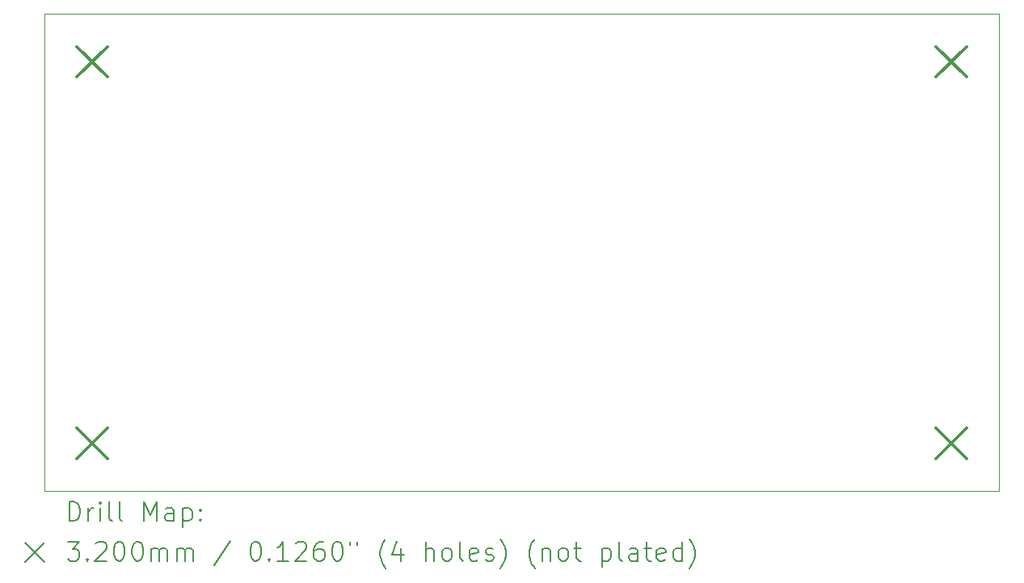
<source format=gbr>
%TF.GenerationSoftware,KiCad,Pcbnew,8.0.6*%
%TF.CreationDate,2025-01-21T08:23:09-05:00*%
%TF.ProjectId,vga_test,7667615f-7465-4737-942e-6b696361645f,rev?*%
%TF.SameCoordinates,Original*%
%TF.FileFunction,Drillmap*%
%TF.FilePolarity,Positive*%
%FSLAX45Y45*%
G04 Gerber Fmt 4.5, Leading zero omitted, Abs format (unit mm)*
G04 Created by KiCad (PCBNEW 8.0.6) date 2025-01-21 08:23:09*
%MOMM*%
%LPD*%
G01*
G04 APERTURE LIST*
%ADD10C,0.050000*%
%ADD11C,0.200000*%
%ADD12C,0.320000*%
G04 APERTURE END LIST*
D10*
X5000000Y-5000000D02*
X15000000Y-5000000D01*
X15000000Y-10000000D01*
X5000000Y-10000000D01*
X5000000Y-5000000D01*
D11*
D12*
X5340000Y-5340000D02*
X5660000Y-5660000D01*
X5660000Y-5340000D02*
X5340000Y-5660000D01*
X5340000Y-9340000D02*
X5660000Y-9660000D01*
X5660000Y-9340000D02*
X5340000Y-9660000D01*
X14340000Y-5340000D02*
X14660000Y-5660000D01*
X14660000Y-5340000D02*
X14340000Y-5660000D01*
X14340000Y-9340000D02*
X14660000Y-9660000D01*
X14660000Y-9340000D02*
X14340000Y-9660000D01*
D11*
X5258277Y-10313984D02*
X5258277Y-10113984D01*
X5258277Y-10113984D02*
X5305896Y-10113984D01*
X5305896Y-10113984D02*
X5334467Y-10123508D01*
X5334467Y-10123508D02*
X5353515Y-10142555D01*
X5353515Y-10142555D02*
X5363039Y-10161603D01*
X5363039Y-10161603D02*
X5372563Y-10199698D01*
X5372563Y-10199698D02*
X5372563Y-10228270D01*
X5372563Y-10228270D02*
X5363039Y-10266365D01*
X5363039Y-10266365D02*
X5353515Y-10285412D01*
X5353515Y-10285412D02*
X5334467Y-10304460D01*
X5334467Y-10304460D02*
X5305896Y-10313984D01*
X5305896Y-10313984D02*
X5258277Y-10313984D01*
X5458277Y-10313984D02*
X5458277Y-10180650D01*
X5458277Y-10218746D02*
X5467801Y-10199698D01*
X5467801Y-10199698D02*
X5477324Y-10190174D01*
X5477324Y-10190174D02*
X5496372Y-10180650D01*
X5496372Y-10180650D02*
X5515420Y-10180650D01*
X5582086Y-10313984D02*
X5582086Y-10180650D01*
X5582086Y-10113984D02*
X5572563Y-10123508D01*
X5572563Y-10123508D02*
X5582086Y-10133031D01*
X5582086Y-10133031D02*
X5591610Y-10123508D01*
X5591610Y-10123508D02*
X5582086Y-10113984D01*
X5582086Y-10113984D02*
X5582086Y-10133031D01*
X5705896Y-10313984D02*
X5686848Y-10304460D01*
X5686848Y-10304460D02*
X5677324Y-10285412D01*
X5677324Y-10285412D02*
X5677324Y-10113984D01*
X5810658Y-10313984D02*
X5791610Y-10304460D01*
X5791610Y-10304460D02*
X5782086Y-10285412D01*
X5782086Y-10285412D02*
X5782086Y-10113984D01*
X6039229Y-10313984D02*
X6039229Y-10113984D01*
X6039229Y-10113984D02*
X6105896Y-10256841D01*
X6105896Y-10256841D02*
X6172562Y-10113984D01*
X6172562Y-10113984D02*
X6172562Y-10313984D01*
X6353515Y-10313984D02*
X6353515Y-10209222D01*
X6353515Y-10209222D02*
X6343991Y-10190174D01*
X6343991Y-10190174D02*
X6324943Y-10180650D01*
X6324943Y-10180650D02*
X6286848Y-10180650D01*
X6286848Y-10180650D02*
X6267801Y-10190174D01*
X6353515Y-10304460D02*
X6334467Y-10313984D01*
X6334467Y-10313984D02*
X6286848Y-10313984D01*
X6286848Y-10313984D02*
X6267801Y-10304460D01*
X6267801Y-10304460D02*
X6258277Y-10285412D01*
X6258277Y-10285412D02*
X6258277Y-10266365D01*
X6258277Y-10266365D02*
X6267801Y-10247317D01*
X6267801Y-10247317D02*
X6286848Y-10237793D01*
X6286848Y-10237793D02*
X6334467Y-10237793D01*
X6334467Y-10237793D02*
X6353515Y-10228270D01*
X6448753Y-10180650D02*
X6448753Y-10380650D01*
X6448753Y-10190174D02*
X6467801Y-10180650D01*
X6467801Y-10180650D02*
X6505896Y-10180650D01*
X6505896Y-10180650D02*
X6524943Y-10190174D01*
X6524943Y-10190174D02*
X6534467Y-10199698D01*
X6534467Y-10199698D02*
X6543991Y-10218746D01*
X6543991Y-10218746D02*
X6543991Y-10275889D01*
X6543991Y-10275889D02*
X6534467Y-10294936D01*
X6534467Y-10294936D02*
X6524943Y-10304460D01*
X6524943Y-10304460D02*
X6505896Y-10313984D01*
X6505896Y-10313984D02*
X6467801Y-10313984D01*
X6467801Y-10313984D02*
X6448753Y-10304460D01*
X6629705Y-10294936D02*
X6639229Y-10304460D01*
X6639229Y-10304460D02*
X6629705Y-10313984D01*
X6629705Y-10313984D02*
X6620182Y-10304460D01*
X6620182Y-10304460D02*
X6629705Y-10294936D01*
X6629705Y-10294936D02*
X6629705Y-10313984D01*
X6629705Y-10190174D02*
X6639229Y-10199698D01*
X6639229Y-10199698D02*
X6629705Y-10209222D01*
X6629705Y-10209222D02*
X6620182Y-10199698D01*
X6620182Y-10199698D02*
X6629705Y-10190174D01*
X6629705Y-10190174D02*
X6629705Y-10209222D01*
X4797500Y-10542500D02*
X4997500Y-10742500D01*
X4997500Y-10542500D02*
X4797500Y-10742500D01*
X5239229Y-10533984D02*
X5363039Y-10533984D01*
X5363039Y-10533984D02*
X5296372Y-10610174D01*
X5296372Y-10610174D02*
X5324944Y-10610174D01*
X5324944Y-10610174D02*
X5343991Y-10619698D01*
X5343991Y-10619698D02*
X5353515Y-10629222D01*
X5353515Y-10629222D02*
X5363039Y-10648270D01*
X5363039Y-10648270D02*
X5363039Y-10695889D01*
X5363039Y-10695889D02*
X5353515Y-10714936D01*
X5353515Y-10714936D02*
X5343991Y-10724460D01*
X5343991Y-10724460D02*
X5324944Y-10733984D01*
X5324944Y-10733984D02*
X5267801Y-10733984D01*
X5267801Y-10733984D02*
X5248753Y-10724460D01*
X5248753Y-10724460D02*
X5239229Y-10714936D01*
X5448753Y-10714936D02*
X5458277Y-10724460D01*
X5458277Y-10724460D02*
X5448753Y-10733984D01*
X5448753Y-10733984D02*
X5439229Y-10724460D01*
X5439229Y-10724460D02*
X5448753Y-10714936D01*
X5448753Y-10714936D02*
X5448753Y-10733984D01*
X5534467Y-10553031D02*
X5543991Y-10543508D01*
X5543991Y-10543508D02*
X5563039Y-10533984D01*
X5563039Y-10533984D02*
X5610658Y-10533984D01*
X5610658Y-10533984D02*
X5629705Y-10543508D01*
X5629705Y-10543508D02*
X5639229Y-10553031D01*
X5639229Y-10553031D02*
X5648753Y-10572079D01*
X5648753Y-10572079D02*
X5648753Y-10591127D01*
X5648753Y-10591127D02*
X5639229Y-10619698D01*
X5639229Y-10619698D02*
X5524944Y-10733984D01*
X5524944Y-10733984D02*
X5648753Y-10733984D01*
X5772562Y-10533984D02*
X5791610Y-10533984D01*
X5791610Y-10533984D02*
X5810658Y-10543508D01*
X5810658Y-10543508D02*
X5820182Y-10553031D01*
X5820182Y-10553031D02*
X5829705Y-10572079D01*
X5829705Y-10572079D02*
X5839229Y-10610174D01*
X5839229Y-10610174D02*
X5839229Y-10657793D01*
X5839229Y-10657793D02*
X5829705Y-10695889D01*
X5829705Y-10695889D02*
X5820182Y-10714936D01*
X5820182Y-10714936D02*
X5810658Y-10724460D01*
X5810658Y-10724460D02*
X5791610Y-10733984D01*
X5791610Y-10733984D02*
X5772562Y-10733984D01*
X5772562Y-10733984D02*
X5753515Y-10724460D01*
X5753515Y-10724460D02*
X5743991Y-10714936D01*
X5743991Y-10714936D02*
X5734467Y-10695889D01*
X5734467Y-10695889D02*
X5724943Y-10657793D01*
X5724943Y-10657793D02*
X5724943Y-10610174D01*
X5724943Y-10610174D02*
X5734467Y-10572079D01*
X5734467Y-10572079D02*
X5743991Y-10553031D01*
X5743991Y-10553031D02*
X5753515Y-10543508D01*
X5753515Y-10543508D02*
X5772562Y-10533984D01*
X5963039Y-10533984D02*
X5982086Y-10533984D01*
X5982086Y-10533984D02*
X6001134Y-10543508D01*
X6001134Y-10543508D02*
X6010658Y-10553031D01*
X6010658Y-10553031D02*
X6020182Y-10572079D01*
X6020182Y-10572079D02*
X6029705Y-10610174D01*
X6029705Y-10610174D02*
X6029705Y-10657793D01*
X6029705Y-10657793D02*
X6020182Y-10695889D01*
X6020182Y-10695889D02*
X6010658Y-10714936D01*
X6010658Y-10714936D02*
X6001134Y-10724460D01*
X6001134Y-10724460D02*
X5982086Y-10733984D01*
X5982086Y-10733984D02*
X5963039Y-10733984D01*
X5963039Y-10733984D02*
X5943991Y-10724460D01*
X5943991Y-10724460D02*
X5934467Y-10714936D01*
X5934467Y-10714936D02*
X5924943Y-10695889D01*
X5924943Y-10695889D02*
X5915420Y-10657793D01*
X5915420Y-10657793D02*
X5915420Y-10610174D01*
X5915420Y-10610174D02*
X5924943Y-10572079D01*
X5924943Y-10572079D02*
X5934467Y-10553031D01*
X5934467Y-10553031D02*
X5943991Y-10543508D01*
X5943991Y-10543508D02*
X5963039Y-10533984D01*
X6115420Y-10733984D02*
X6115420Y-10600650D01*
X6115420Y-10619698D02*
X6124943Y-10610174D01*
X6124943Y-10610174D02*
X6143991Y-10600650D01*
X6143991Y-10600650D02*
X6172563Y-10600650D01*
X6172563Y-10600650D02*
X6191610Y-10610174D01*
X6191610Y-10610174D02*
X6201134Y-10629222D01*
X6201134Y-10629222D02*
X6201134Y-10733984D01*
X6201134Y-10629222D02*
X6210658Y-10610174D01*
X6210658Y-10610174D02*
X6229705Y-10600650D01*
X6229705Y-10600650D02*
X6258277Y-10600650D01*
X6258277Y-10600650D02*
X6277324Y-10610174D01*
X6277324Y-10610174D02*
X6286848Y-10629222D01*
X6286848Y-10629222D02*
X6286848Y-10733984D01*
X6382086Y-10733984D02*
X6382086Y-10600650D01*
X6382086Y-10619698D02*
X6391610Y-10610174D01*
X6391610Y-10610174D02*
X6410658Y-10600650D01*
X6410658Y-10600650D02*
X6439229Y-10600650D01*
X6439229Y-10600650D02*
X6458277Y-10610174D01*
X6458277Y-10610174D02*
X6467801Y-10629222D01*
X6467801Y-10629222D02*
X6467801Y-10733984D01*
X6467801Y-10629222D02*
X6477324Y-10610174D01*
X6477324Y-10610174D02*
X6496372Y-10600650D01*
X6496372Y-10600650D02*
X6524943Y-10600650D01*
X6524943Y-10600650D02*
X6543991Y-10610174D01*
X6543991Y-10610174D02*
X6553515Y-10629222D01*
X6553515Y-10629222D02*
X6553515Y-10733984D01*
X6943991Y-10524460D02*
X6772563Y-10781603D01*
X7201134Y-10533984D02*
X7220182Y-10533984D01*
X7220182Y-10533984D02*
X7239229Y-10543508D01*
X7239229Y-10543508D02*
X7248753Y-10553031D01*
X7248753Y-10553031D02*
X7258277Y-10572079D01*
X7258277Y-10572079D02*
X7267801Y-10610174D01*
X7267801Y-10610174D02*
X7267801Y-10657793D01*
X7267801Y-10657793D02*
X7258277Y-10695889D01*
X7258277Y-10695889D02*
X7248753Y-10714936D01*
X7248753Y-10714936D02*
X7239229Y-10724460D01*
X7239229Y-10724460D02*
X7220182Y-10733984D01*
X7220182Y-10733984D02*
X7201134Y-10733984D01*
X7201134Y-10733984D02*
X7182086Y-10724460D01*
X7182086Y-10724460D02*
X7172563Y-10714936D01*
X7172563Y-10714936D02*
X7163039Y-10695889D01*
X7163039Y-10695889D02*
X7153515Y-10657793D01*
X7153515Y-10657793D02*
X7153515Y-10610174D01*
X7153515Y-10610174D02*
X7163039Y-10572079D01*
X7163039Y-10572079D02*
X7172563Y-10553031D01*
X7172563Y-10553031D02*
X7182086Y-10543508D01*
X7182086Y-10543508D02*
X7201134Y-10533984D01*
X7353515Y-10714936D02*
X7363039Y-10724460D01*
X7363039Y-10724460D02*
X7353515Y-10733984D01*
X7353515Y-10733984D02*
X7343991Y-10724460D01*
X7343991Y-10724460D02*
X7353515Y-10714936D01*
X7353515Y-10714936D02*
X7353515Y-10733984D01*
X7553515Y-10733984D02*
X7439229Y-10733984D01*
X7496372Y-10733984D02*
X7496372Y-10533984D01*
X7496372Y-10533984D02*
X7477325Y-10562555D01*
X7477325Y-10562555D02*
X7458277Y-10581603D01*
X7458277Y-10581603D02*
X7439229Y-10591127D01*
X7629706Y-10553031D02*
X7639229Y-10543508D01*
X7639229Y-10543508D02*
X7658277Y-10533984D01*
X7658277Y-10533984D02*
X7705896Y-10533984D01*
X7705896Y-10533984D02*
X7724944Y-10543508D01*
X7724944Y-10543508D02*
X7734467Y-10553031D01*
X7734467Y-10553031D02*
X7743991Y-10572079D01*
X7743991Y-10572079D02*
X7743991Y-10591127D01*
X7743991Y-10591127D02*
X7734467Y-10619698D01*
X7734467Y-10619698D02*
X7620182Y-10733984D01*
X7620182Y-10733984D02*
X7743991Y-10733984D01*
X7915420Y-10533984D02*
X7877325Y-10533984D01*
X7877325Y-10533984D02*
X7858277Y-10543508D01*
X7858277Y-10543508D02*
X7848753Y-10553031D01*
X7848753Y-10553031D02*
X7829706Y-10581603D01*
X7829706Y-10581603D02*
X7820182Y-10619698D01*
X7820182Y-10619698D02*
X7820182Y-10695889D01*
X7820182Y-10695889D02*
X7829706Y-10714936D01*
X7829706Y-10714936D02*
X7839229Y-10724460D01*
X7839229Y-10724460D02*
X7858277Y-10733984D01*
X7858277Y-10733984D02*
X7896372Y-10733984D01*
X7896372Y-10733984D02*
X7915420Y-10724460D01*
X7915420Y-10724460D02*
X7924944Y-10714936D01*
X7924944Y-10714936D02*
X7934467Y-10695889D01*
X7934467Y-10695889D02*
X7934467Y-10648270D01*
X7934467Y-10648270D02*
X7924944Y-10629222D01*
X7924944Y-10629222D02*
X7915420Y-10619698D01*
X7915420Y-10619698D02*
X7896372Y-10610174D01*
X7896372Y-10610174D02*
X7858277Y-10610174D01*
X7858277Y-10610174D02*
X7839229Y-10619698D01*
X7839229Y-10619698D02*
X7829706Y-10629222D01*
X7829706Y-10629222D02*
X7820182Y-10648270D01*
X8058277Y-10533984D02*
X8077325Y-10533984D01*
X8077325Y-10533984D02*
X8096372Y-10543508D01*
X8096372Y-10543508D02*
X8105896Y-10553031D01*
X8105896Y-10553031D02*
X8115420Y-10572079D01*
X8115420Y-10572079D02*
X8124944Y-10610174D01*
X8124944Y-10610174D02*
X8124944Y-10657793D01*
X8124944Y-10657793D02*
X8115420Y-10695889D01*
X8115420Y-10695889D02*
X8105896Y-10714936D01*
X8105896Y-10714936D02*
X8096372Y-10724460D01*
X8096372Y-10724460D02*
X8077325Y-10733984D01*
X8077325Y-10733984D02*
X8058277Y-10733984D01*
X8058277Y-10733984D02*
X8039229Y-10724460D01*
X8039229Y-10724460D02*
X8029706Y-10714936D01*
X8029706Y-10714936D02*
X8020182Y-10695889D01*
X8020182Y-10695889D02*
X8010658Y-10657793D01*
X8010658Y-10657793D02*
X8010658Y-10610174D01*
X8010658Y-10610174D02*
X8020182Y-10572079D01*
X8020182Y-10572079D02*
X8029706Y-10553031D01*
X8029706Y-10553031D02*
X8039229Y-10543508D01*
X8039229Y-10543508D02*
X8058277Y-10533984D01*
X8201134Y-10533984D02*
X8201134Y-10572079D01*
X8277325Y-10533984D02*
X8277325Y-10572079D01*
X8572563Y-10810174D02*
X8563039Y-10800650D01*
X8563039Y-10800650D02*
X8543991Y-10772079D01*
X8543991Y-10772079D02*
X8534468Y-10753031D01*
X8534468Y-10753031D02*
X8524944Y-10724460D01*
X8524944Y-10724460D02*
X8515420Y-10676841D01*
X8515420Y-10676841D02*
X8515420Y-10638746D01*
X8515420Y-10638746D02*
X8524944Y-10591127D01*
X8524944Y-10591127D02*
X8534468Y-10562555D01*
X8534468Y-10562555D02*
X8543991Y-10543508D01*
X8543991Y-10543508D02*
X8563039Y-10514936D01*
X8563039Y-10514936D02*
X8572563Y-10505412D01*
X8734468Y-10600650D02*
X8734468Y-10733984D01*
X8686849Y-10524460D02*
X8639230Y-10667317D01*
X8639230Y-10667317D02*
X8763039Y-10667317D01*
X8991611Y-10733984D02*
X8991611Y-10533984D01*
X9077325Y-10733984D02*
X9077325Y-10629222D01*
X9077325Y-10629222D02*
X9067801Y-10610174D01*
X9067801Y-10610174D02*
X9048753Y-10600650D01*
X9048753Y-10600650D02*
X9020182Y-10600650D01*
X9020182Y-10600650D02*
X9001134Y-10610174D01*
X9001134Y-10610174D02*
X8991611Y-10619698D01*
X9201134Y-10733984D02*
X9182087Y-10724460D01*
X9182087Y-10724460D02*
X9172563Y-10714936D01*
X9172563Y-10714936D02*
X9163039Y-10695889D01*
X9163039Y-10695889D02*
X9163039Y-10638746D01*
X9163039Y-10638746D02*
X9172563Y-10619698D01*
X9172563Y-10619698D02*
X9182087Y-10610174D01*
X9182087Y-10610174D02*
X9201134Y-10600650D01*
X9201134Y-10600650D02*
X9229706Y-10600650D01*
X9229706Y-10600650D02*
X9248753Y-10610174D01*
X9248753Y-10610174D02*
X9258277Y-10619698D01*
X9258277Y-10619698D02*
X9267801Y-10638746D01*
X9267801Y-10638746D02*
X9267801Y-10695889D01*
X9267801Y-10695889D02*
X9258277Y-10714936D01*
X9258277Y-10714936D02*
X9248753Y-10724460D01*
X9248753Y-10724460D02*
X9229706Y-10733984D01*
X9229706Y-10733984D02*
X9201134Y-10733984D01*
X9382087Y-10733984D02*
X9363039Y-10724460D01*
X9363039Y-10724460D02*
X9353515Y-10705412D01*
X9353515Y-10705412D02*
X9353515Y-10533984D01*
X9534468Y-10724460D02*
X9515420Y-10733984D01*
X9515420Y-10733984D02*
X9477325Y-10733984D01*
X9477325Y-10733984D02*
X9458277Y-10724460D01*
X9458277Y-10724460D02*
X9448753Y-10705412D01*
X9448753Y-10705412D02*
X9448753Y-10629222D01*
X9448753Y-10629222D02*
X9458277Y-10610174D01*
X9458277Y-10610174D02*
X9477325Y-10600650D01*
X9477325Y-10600650D02*
X9515420Y-10600650D01*
X9515420Y-10600650D02*
X9534468Y-10610174D01*
X9534468Y-10610174D02*
X9543992Y-10629222D01*
X9543992Y-10629222D02*
X9543992Y-10648270D01*
X9543992Y-10648270D02*
X9448753Y-10667317D01*
X9620182Y-10724460D02*
X9639230Y-10733984D01*
X9639230Y-10733984D02*
X9677325Y-10733984D01*
X9677325Y-10733984D02*
X9696373Y-10724460D01*
X9696373Y-10724460D02*
X9705896Y-10705412D01*
X9705896Y-10705412D02*
X9705896Y-10695889D01*
X9705896Y-10695889D02*
X9696373Y-10676841D01*
X9696373Y-10676841D02*
X9677325Y-10667317D01*
X9677325Y-10667317D02*
X9648753Y-10667317D01*
X9648753Y-10667317D02*
X9629706Y-10657793D01*
X9629706Y-10657793D02*
X9620182Y-10638746D01*
X9620182Y-10638746D02*
X9620182Y-10629222D01*
X9620182Y-10629222D02*
X9629706Y-10610174D01*
X9629706Y-10610174D02*
X9648753Y-10600650D01*
X9648753Y-10600650D02*
X9677325Y-10600650D01*
X9677325Y-10600650D02*
X9696373Y-10610174D01*
X9772563Y-10810174D02*
X9782087Y-10800650D01*
X9782087Y-10800650D02*
X9801134Y-10772079D01*
X9801134Y-10772079D02*
X9810658Y-10753031D01*
X9810658Y-10753031D02*
X9820182Y-10724460D01*
X9820182Y-10724460D02*
X9829706Y-10676841D01*
X9829706Y-10676841D02*
X9829706Y-10638746D01*
X9829706Y-10638746D02*
X9820182Y-10591127D01*
X9820182Y-10591127D02*
X9810658Y-10562555D01*
X9810658Y-10562555D02*
X9801134Y-10543508D01*
X9801134Y-10543508D02*
X9782087Y-10514936D01*
X9782087Y-10514936D02*
X9772563Y-10505412D01*
X10134468Y-10810174D02*
X10124944Y-10800650D01*
X10124944Y-10800650D02*
X10105896Y-10772079D01*
X10105896Y-10772079D02*
X10096373Y-10753031D01*
X10096373Y-10753031D02*
X10086849Y-10724460D01*
X10086849Y-10724460D02*
X10077325Y-10676841D01*
X10077325Y-10676841D02*
X10077325Y-10638746D01*
X10077325Y-10638746D02*
X10086849Y-10591127D01*
X10086849Y-10591127D02*
X10096373Y-10562555D01*
X10096373Y-10562555D02*
X10105896Y-10543508D01*
X10105896Y-10543508D02*
X10124944Y-10514936D01*
X10124944Y-10514936D02*
X10134468Y-10505412D01*
X10210658Y-10600650D02*
X10210658Y-10733984D01*
X10210658Y-10619698D02*
X10220182Y-10610174D01*
X10220182Y-10610174D02*
X10239230Y-10600650D01*
X10239230Y-10600650D02*
X10267801Y-10600650D01*
X10267801Y-10600650D02*
X10286849Y-10610174D01*
X10286849Y-10610174D02*
X10296373Y-10629222D01*
X10296373Y-10629222D02*
X10296373Y-10733984D01*
X10420182Y-10733984D02*
X10401134Y-10724460D01*
X10401134Y-10724460D02*
X10391611Y-10714936D01*
X10391611Y-10714936D02*
X10382087Y-10695889D01*
X10382087Y-10695889D02*
X10382087Y-10638746D01*
X10382087Y-10638746D02*
X10391611Y-10619698D01*
X10391611Y-10619698D02*
X10401134Y-10610174D01*
X10401134Y-10610174D02*
X10420182Y-10600650D01*
X10420182Y-10600650D02*
X10448754Y-10600650D01*
X10448754Y-10600650D02*
X10467801Y-10610174D01*
X10467801Y-10610174D02*
X10477325Y-10619698D01*
X10477325Y-10619698D02*
X10486849Y-10638746D01*
X10486849Y-10638746D02*
X10486849Y-10695889D01*
X10486849Y-10695889D02*
X10477325Y-10714936D01*
X10477325Y-10714936D02*
X10467801Y-10724460D01*
X10467801Y-10724460D02*
X10448754Y-10733984D01*
X10448754Y-10733984D02*
X10420182Y-10733984D01*
X10543992Y-10600650D02*
X10620182Y-10600650D01*
X10572563Y-10533984D02*
X10572563Y-10705412D01*
X10572563Y-10705412D02*
X10582087Y-10724460D01*
X10582087Y-10724460D02*
X10601134Y-10733984D01*
X10601134Y-10733984D02*
X10620182Y-10733984D01*
X10839230Y-10600650D02*
X10839230Y-10800650D01*
X10839230Y-10610174D02*
X10858277Y-10600650D01*
X10858277Y-10600650D02*
X10896373Y-10600650D01*
X10896373Y-10600650D02*
X10915420Y-10610174D01*
X10915420Y-10610174D02*
X10924944Y-10619698D01*
X10924944Y-10619698D02*
X10934468Y-10638746D01*
X10934468Y-10638746D02*
X10934468Y-10695889D01*
X10934468Y-10695889D02*
X10924944Y-10714936D01*
X10924944Y-10714936D02*
X10915420Y-10724460D01*
X10915420Y-10724460D02*
X10896373Y-10733984D01*
X10896373Y-10733984D02*
X10858277Y-10733984D01*
X10858277Y-10733984D02*
X10839230Y-10724460D01*
X11048754Y-10733984D02*
X11029706Y-10724460D01*
X11029706Y-10724460D02*
X11020182Y-10705412D01*
X11020182Y-10705412D02*
X11020182Y-10533984D01*
X11210658Y-10733984D02*
X11210658Y-10629222D01*
X11210658Y-10629222D02*
X11201134Y-10610174D01*
X11201134Y-10610174D02*
X11182087Y-10600650D01*
X11182087Y-10600650D02*
X11143992Y-10600650D01*
X11143992Y-10600650D02*
X11124944Y-10610174D01*
X11210658Y-10724460D02*
X11191611Y-10733984D01*
X11191611Y-10733984D02*
X11143992Y-10733984D01*
X11143992Y-10733984D02*
X11124944Y-10724460D01*
X11124944Y-10724460D02*
X11115420Y-10705412D01*
X11115420Y-10705412D02*
X11115420Y-10686365D01*
X11115420Y-10686365D02*
X11124944Y-10667317D01*
X11124944Y-10667317D02*
X11143992Y-10657793D01*
X11143992Y-10657793D02*
X11191611Y-10657793D01*
X11191611Y-10657793D02*
X11210658Y-10648270D01*
X11277325Y-10600650D02*
X11353515Y-10600650D01*
X11305896Y-10533984D02*
X11305896Y-10705412D01*
X11305896Y-10705412D02*
X11315420Y-10724460D01*
X11315420Y-10724460D02*
X11334468Y-10733984D01*
X11334468Y-10733984D02*
X11353515Y-10733984D01*
X11496373Y-10724460D02*
X11477325Y-10733984D01*
X11477325Y-10733984D02*
X11439230Y-10733984D01*
X11439230Y-10733984D02*
X11420182Y-10724460D01*
X11420182Y-10724460D02*
X11410658Y-10705412D01*
X11410658Y-10705412D02*
X11410658Y-10629222D01*
X11410658Y-10629222D02*
X11420182Y-10610174D01*
X11420182Y-10610174D02*
X11439230Y-10600650D01*
X11439230Y-10600650D02*
X11477325Y-10600650D01*
X11477325Y-10600650D02*
X11496373Y-10610174D01*
X11496373Y-10610174D02*
X11505896Y-10629222D01*
X11505896Y-10629222D02*
X11505896Y-10648270D01*
X11505896Y-10648270D02*
X11410658Y-10667317D01*
X11677325Y-10733984D02*
X11677325Y-10533984D01*
X11677325Y-10724460D02*
X11658277Y-10733984D01*
X11658277Y-10733984D02*
X11620182Y-10733984D01*
X11620182Y-10733984D02*
X11601134Y-10724460D01*
X11601134Y-10724460D02*
X11591611Y-10714936D01*
X11591611Y-10714936D02*
X11582087Y-10695889D01*
X11582087Y-10695889D02*
X11582087Y-10638746D01*
X11582087Y-10638746D02*
X11591611Y-10619698D01*
X11591611Y-10619698D02*
X11601134Y-10610174D01*
X11601134Y-10610174D02*
X11620182Y-10600650D01*
X11620182Y-10600650D02*
X11658277Y-10600650D01*
X11658277Y-10600650D02*
X11677325Y-10610174D01*
X11753515Y-10810174D02*
X11763039Y-10800650D01*
X11763039Y-10800650D02*
X11782087Y-10772079D01*
X11782087Y-10772079D02*
X11791611Y-10753031D01*
X11791611Y-10753031D02*
X11801134Y-10724460D01*
X11801134Y-10724460D02*
X11810658Y-10676841D01*
X11810658Y-10676841D02*
X11810658Y-10638746D01*
X11810658Y-10638746D02*
X11801134Y-10591127D01*
X11801134Y-10591127D02*
X11791611Y-10562555D01*
X11791611Y-10562555D02*
X11782087Y-10543508D01*
X11782087Y-10543508D02*
X11763039Y-10514936D01*
X11763039Y-10514936D02*
X11753515Y-10505412D01*
M02*

</source>
